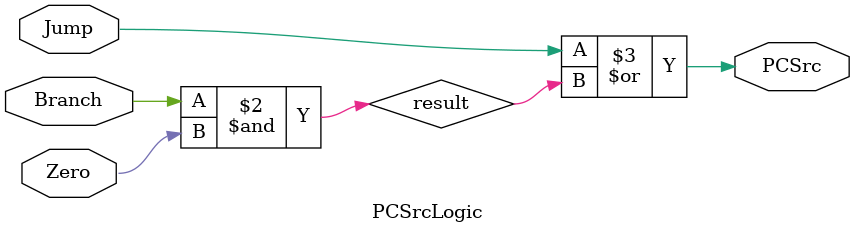
<source format=sv>
module PCSrcLogic(
    input logic     Branch,
    input logic       Zero,
    input logic       Jump,
    output logic     PCSrc
);

logic       result;

always_comb begin
    result = Branch & Zero;
    PCSrc = Jump | result;
end

endmodule

</source>
